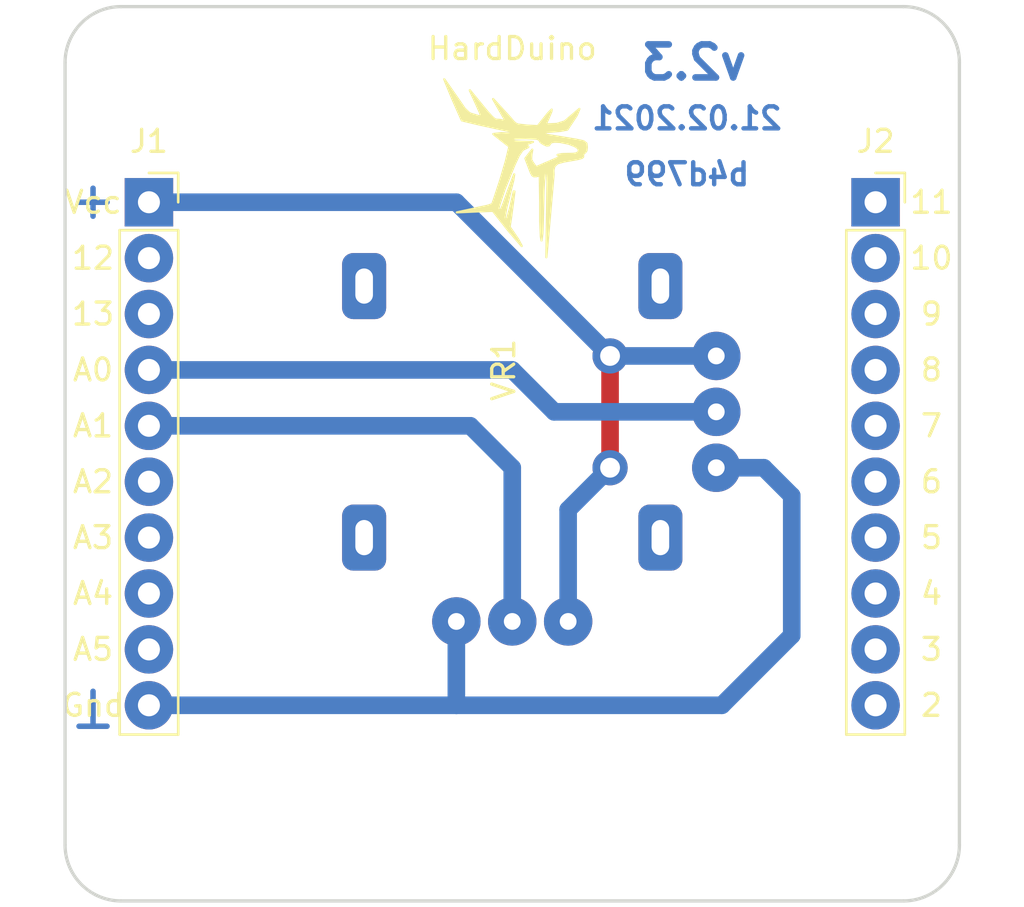
<source format=kicad_pcb>
(kicad_pcb (version 20171130) (host pcbnew "(5.1.8)-1")

  (general
    (thickness 1.6)
    (drawings 33)
    (tracks 26)
    (zones 0)
    (modules 7)
    (nets 21)
  )

  (page A4 portrait)
  (layers
    (0 F.Cu signal)
    (31 B.Cu signal)
    (32 B.Adhes user)
    (33 F.Adhes user)
    (34 B.Paste user)
    (35 F.Paste user)
    (36 B.SilkS user)
    (37 F.SilkS user)
    (38 B.Mask user)
    (39 F.Mask user)
    (40 Dwgs.User user)
    (41 Cmts.User user)
    (42 Eco1.User user)
    (43 Eco2.User user)
    (44 Edge.Cuts user)
    (45 Margin user)
    (46 B.CrtYd user)
    (47 F.CrtYd user)
    (48 B.Fab user)
    (49 F.Fab user)
  )

  (setup
    (last_trace_width 0.25)
    (user_trace_width 0.6)
    (user_trace_width 0.8)
    (trace_clearance 0.2)
    (zone_clearance 0.508)
    (zone_45_only no)
    (trace_min 0.2)
    (via_size 0.8)
    (via_drill 0.4)
    (via_min_size 0.4)
    (via_min_drill 0.3)
    (user_via 1.6 0.9)
    (uvia_size 0.3)
    (uvia_drill 0.1)
    (uvias_allowed no)
    (uvia_min_size 0.2)
    (uvia_min_drill 0.1)
    (edge_width 0.05)
    (segment_width 0.2)
    (pcb_text_width 0.3)
    (pcb_text_size 1.5 1.5)
    (mod_edge_width 0.12)
    (mod_text_size 1 1)
    (mod_text_width 0.15)
    (pad_size 2.2 2.2)
    (pad_drill 1)
    (pad_to_mask_clearance 0.051)
    (solder_mask_min_width 0.25)
    (aux_axis_origin 0 0)
    (visible_elements 7FFFFFFF)
    (pcbplotparams
      (layerselection 0x00000_fffffffe)
      (usegerberextensions false)
      (usegerberattributes false)
      (usegerberadvancedattributes false)
      (creategerberjobfile false)
      (excludeedgelayer true)
      (linewidth 0.100000)
      (plotframeref false)
      (viasonmask false)
      (mode 1)
      (useauxorigin false)
      (hpglpennumber 1)
      (hpglpenspeed 20)
      (hpglpendiameter 15.000000)
      (psnegative true)
      (psa4output false)
      (plotreference true)
      (plotvalue true)
      (plotinvisibletext false)
      (padsonsilk false)
      (subtractmaskfromsilk false)
      (outputformat 4)
      (mirror true)
      (drillshape 1)
      (scaleselection 1)
      (outputdirectory "pdf/"))
  )

  (net 0 "")
  (net 1 VCC)
  (net 2 /12)
  (net 3 /13)
  (net 4 /A0)
  (net 5 /A1)
  (net 6 /A2)
  (net 7 /A3)
  (net 8 /A4)
  (net 9 /A5)
  (net 10 GND)
  (net 11 /2)
  (net 12 /3)
  (net 13 /4)
  (net 14 /5)
  (net 15 /6)
  (net 16 /7)
  (net 17 /8)
  (net 18 /9)
  (net 19 /10)
  (net 20 /11)

  (net_class Default "Это класс цепей по умолчанию."
    (clearance 0.2)
    (trace_width 0.25)
    (via_dia 0.8)
    (via_drill 0.4)
    (uvia_dia 0.3)
    (uvia_drill 0.1)
    (add_net /10)
    (add_net /11)
    (add_net /12)
    (add_net /13)
    (add_net /2)
    (add_net /3)
    (add_net /4)
    (add_net /5)
    (add_net /6)
    (add_net /7)
    (add_net /8)
    (add_net /9)
    (add_net /A0)
    (add_net /A1)
    (add_net /A2)
    (add_net /A3)
    (add_net /A4)
    (add_net /A5)
    (add_net GND)
    (add_net VCC)
  )

  (module MountingHole:MountingHole_3.2mm_M3 (layer F.Cu) (tedit 56D1B4CB) (tstamp 5D79781E)
    (at 92.075 53.975)
    (descr "Mounting Hole 3.2mm, no annular, M3")
    (tags "mounting hole 3.2mm no annular m3")
    (path /5D791BF4)
    (attr virtual)
    (fp_text reference H1 (at -3.81 -4.2) (layer F.SilkS) hide
      (effects (font (size 1 1) (thickness 0.15)))
    )
    (fp_text value MountingHole (at 2.54 -5.08) (layer F.Fab) hide
      (effects (font (size 1 1) (thickness 0.15)))
    )
    (fp_circle (center 0 0) (end 3.2 0) (layer Cmts.User) (width 0.15))
    (fp_circle (center 0 0) (end 3.45 0) (layer F.CrtYd) (width 0.05))
    (fp_text user %R (at 0.3 0) (layer F.Fab)
      (effects (font (size 1 1) (thickness 0.15)))
    )
    (pad 1 np_thru_hole circle (at 0 0) (size 3.2 3.2) (drill 3.2) (layers *.Cu *.Mask))
  )

  (module MountingHole:MountingHole_3.2mm_M3 (layer F.Cu) (tedit 56D1B4CB) (tstamp 5D797826)
    (at 92.075 88.265)
    (descr "Mounting Hole 3.2mm, no annular, M3")
    (tags "mounting hole 3.2mm no annular m3")
    (path /5D793188)
    (attr virtual)
    (fp_text reference H2 (at -3.81 3.81) (layer F.SilkS) hide
      (effects (font (size 1 1) (thickness 0.15)))
    )
    (fp_text value MountingHole (at 3.81 5.08) (layer F.Fab) hide
      (effects (font (size 1 1) (thickness 0.15)))
    )
    (fp_circle (center 0 0) (end 3.45 0) (layer F.CrtYd) (width 0.05))
    (fp_circle (center 0 0) (end 3.2 0) (layer Cmts.User) (width 0.15))
    (fp_text user %R (at 0.3 0) (layer F.Fab)
      (effects (font (size 1 1) (thickness 0.15)))
    )
    (pad 1 np_thru_hole circle (at 0 0) (size 3.2 3.2) (drill 3.2) (layers *.Cu *.Mask))
  )

  (module MountingHole:MountingHole_3.2mm_M3 (layer F.Cu) (tedit 56D1B4CB) (tstamp 5D79782E)
    (at 126.365 53.975)
    (descr "Mounting Hole 3.2mm, no annular, M3")
    (tags "mounting hole 3.2mm no annular m3")
    (path /5D793224)
    (attr virtual)
    (fp_text reference H3 (at 3.81 -3.81) (layer F.SilkS) hide
      (effects (font (size 1 1) (thickness 0.15)))
    )
    (fp_text value MountingHole (at -2.54 -5.08) (layer F.Fab) hide
      (effects (font (size 1 1) (thickness 0.15)))
    )
    (fp_circle (center 0 0) (end 3.2 0) (layer Cmts.User) (width 0.15))
    (fp_circle (center 0 0) (end 3.45 0) (layer F.CrtYd) (width 0.05))
    (fp_text user %R (at 0.3 0) (layer F.Fab)
      (effects (font (size 1 1) (thickness 0.15)))
    )
    (pad 1 np_thru_hole circle (at 0 0) (size 3.2 3.2) (drill 3.2) (layers *.Cu *.Mask))
  )

  (module MountingHole:MountingHole_3.2mm_M3 (layer F.Cu) (tedit 56D1B4CB) (tstamp 5D797836)
    (at 126.365 88.265)
    (descr "Mounting Hole 3.2mm, no annular, M3")
    (tags "mounting hole 3.2mm no annular m3")
    (path /5D7932CC)
    (attr virtual)
    (fp_text reference H4 (at 3.81 3.81) (layer F.SilkS) hide
      (effects (font (size 1 1) (thickness 0.15)))
    )
    (fp_text value MountingHole (at -5.08 5.08) (layer F.Fab) hide
      (effects (font (size 1 1) (thickness 0.15)))
    )
    (fp_circle (center 0 0) (end 3.45 0) (layer F.CrtYd) (width 0.05))
    (fp_circle (center 0 0) (end 3.2 0) (layer Cmts.User) (width 0.15))
    (fp_text user %R (at 0 0) (layer F.Fab)
      (effects (font (size 1 1) (thickness 0.15)))
    )
    (pad 1 np_thru_hole circle (at 0 0) (size 3.2 3.2) (drill 3.2) (layers *.Cu *.Mask))
  )

  (module Connector_PinSocket_2.54mm:PinSocket_1x10_P2.54mm_Vertical (layer F.Cu) (tedit 5E7B97EA) (tstamp 5E7BED97)
    (at 92.71 59.69)
    (descr "Through hole straight socket strip, 1x10, 2.54mm pitch, single row (from Kicad 4.0.7), script generated")
    (tags "Through hole socket strip THT 1x10 2.54mm single row")
    (path /5E7C174E)
    (fp_text reference J1 (at 0 -2.77) (layer F.SilkS)
      (effects (font (size 1 1) (thickness 0.15)))
    )
    (fp_text value Conn_01x10_Male (at 0 25.63) (layer F.Fab)
      (effects (font (size 1 1) (thickness 0.15)))
    )
    (fp_line (start -1.8 24.6) (end -1.8 -1.8) (layer F.CrtYd) (width 0.05))
    (fp_line (start 1.75 24.6) (end -1.8 24.6) (layer F.CrtYd) (width 0.05))
    (fp_line (start 1.75 -1.8) (end 1.75 24.6) (layer F.CrtYd) (width 0.05))
    (fp_line (start -1.8 -1.8) (end 1.75 -1.8) (layer F.CrtYd) (width 0.05))
    (fp_line (start 0 -1.33) (end 1.33 -1.33) (layer F.SilkS) (width 0.12))
    (fp_line (start 1.33 -1.33) (end 1.33 0) (layer F.SilkS) (width 0.12))
    (fp_line (start 1.33 1.27) (end 1.33 24.19) (layer F.SilkS) (width 0.12))
    (fp_line (start -1.33 24.19) (end 1.33 24.19) (layer F.SilkS) (width 0.12))
    (fp_line (start -1.33 1.27) (end -1.33 24.19) (layer F.SilkS) (width 0.12))
    (fp_line (start -1.33 1.27) (end 1.33 1.27) (layer F.SilkS) (width 0.12))
    (fp_line (start -1.27 24.13) (end -1.27 -1.27) (layer F.Fab) (width 0.1))
    (fp_line (start 1.27 24.13) (end -1.27 24.13) (layer F.Fab) (width 0.1))
    (fp_line (start 1.27 -0.635) (end 1.27 24.13) (layer F.Fab) (width 0.1))
    (fp_line (start 0.635 -1.27) (end 1.27 -0.635) (layer F.Fab) (width 0.1))
    (fp_line (start -1.27 -1.27) (end 0.635 -1.27) (layer F.Fab) (width 0.1))
    (fp_text user %R (at 0 11.43 90) (layer F.Fab)
      (effects (font (size 1 1) (thickness 0.15)))
    )
    (pad 1 thru_hole rect (at 0 0) (size 2.2 2.2) (drill 1) (layers *.Cu *.Mask)
      (net 1 VCC))
    (pad 2 thru_hole oval (at 0 2.54) (size 2.2 2.2) (drill 1) (layers *.Cu *.Mask)
      (net 2 /12))
    (pad 3 thru_hole oval (at 0 5.08) (size 2.2 2.2) (drill 1) (layers *.Cu *.Mask)
      (net 3 /13))
    (pad 4 thru_hole oval (at 0 7.62) (size 2.2 2.2) (drill 1) (layers *.Cu *.Mask)
      (net 4 /A0))
    (pad 5 thru_hole oval (at 0 10.16) (size 2.2 2.2) (drill 1) (layers *.Cu *.Mask)
      (net 5 /A1))
    (pad 6 thru_hole oval (at 0 12.7) (size 2.2 2.2) (drill 1) (layers *.Cu *.Mask)
      (net 6 /A2))
    (pad 7 thru_hole oval (at 0 15.24) (size 2.2 2.2) (drill 1) (layers *.Cu *.Mask)
      (net 7 /A3))
    (pad 8 thru_hole oval (at 0 17.78) (size 2.2 2.2) (drill 1) (layers *.Cu *.Mask)
      (net 8 /A4))
    (pad 9 thru_hole oval (at 0 20.32) (size 2.2 2.2) (drill 1) (layers *.Cu *.Mask)
      (net 9 /A5))
    (pad 10 thru_hole oval (at 0 22.86) (size 2.2 2.2) (drill 1) (layers *.Cu *.Mask)
      (net 10 GND))
    (model ${KISYS3DMOD}/Connector_PinSocket_2.54mm.3dshapes/PinSocket_1x10_P2.54mm_Vertical.wrl
      (at (xyz 0 0 0))
      (scale (xyz 1 1 1))
      (rotate (xyz 0 0 0))
    )
  )

  (module Connector_PinSocket_2.54mm:PinSocket_1x10_P2.54mm_Vertical (layer F.Cu) (tedit 5E7B97E3) (tstamp 5E7BEDB5)
    (at 125.73 59.69)
    (descr "Through hole straight socket strip, 1x10, 2.54mm pitch, single row (from Kicad 4.0.7), script generated")
    (tags "Through hole socket strip THT 1x10 2.54mm single row")
    (path /5E7C1FC2)
    (fp_text reference J2 (at 0 -2.77) (layer F.SilkS)
      (effects (font (size 1 1) (thickness 0.15)))
    )
    (fp_text value Conn_01x10_Male (at 0 25.63) (layer F.Fab)
      (effects (font (size 1 1) (thickness 0.15)))
    )
    (fp_line (start -1.27 -1.27) (end 0.635 -1.27) (layer F.Fab) (width 0.1))
    (fp_line (start 0.635 -1.27) (end 1.27 -0.635) (layer F.Fab) (width 0.1))
    (fp_line (start 1.27 -0.635) (end 1.27 24.13) (layer F.Fab) (width 0.1))
    (fp_line (start 1.27 24.13) (end -1.27 24.13) (layer F.Fab) (width 0.1))
    (fp_line (start -1.27 24.13) (end -1.27 -1.27) (layer F.Fab) (width 0.1))
    (fp_line (start -1.33 1.27) (end 1.33 1.27) (layer F.SilkS) (width 0.12))
    (fp_line (start -1.33 1.27) (end -1.33 24.19) (layer F.SilkS) (width 0.12))
    (fp_line (start -1.33 24.19) (end 1.33 24.19) (layer F.SilkS) (width 0.12))
    (fp_line (start 1.33 1.27) (end 1.33 24.19) (layer F.SilkS) (width 0.12))
    (fp_line (start 1.33 -1.33) (end 1.33 0) (layer F.SilkS) (width 0.12))
    (fp_line (start 0 -1.33) (end 1.33 -1.33) (layer F.SilkS) (width 0.12))
    (fp_line (start -1.8 -1.8) (end 1.75 -1.8) (layer F.CrtYd) (width 0.05))
    (fp_line (start 1.75 -1.8) (end 1.75 24.6) (layer F.CrtYd) (width 0.05))
    (fp_line (start 1.75 24.6) (end -1.8 24.6) (layer F.CrtYd) (width 0.05))
    (fp_line (start -1.8 24.6) (end -1.8 -1.8) (layer F.CrtYd) (width 0.05))
    (fp_text user %R (at 0 11.43 90) (layer F.Fab)
      (effects (font (size 1 1) (thickness 0.15)))
    )
    (pad 10 thru_hole oval (at 0 22.86) (size 2.2 2.2) (drill 1) (layers *.Cu *.Mask)
      (net 11 /2))
    (pad 9 thru_hole oval (at 0 20.32) (size 2.2 2.2) (drill 1) (layers *.Cu *.Mask)
      (net 12 /3))
    (pad 8 thru_hole oval (at 0 17.78) (size 2.2 2.2) (drill 1) (layers *.Cu *.Mask)
      (net 13 /4))
    (pad 7 thru_hole oval (at 0 15.24) (size 2.2 2.2) (drill 1) (layers *.Cu *.Mask)
      (net 14 /5))
    (pad 6 thru_hole oval (at 0 12.7) (size 2.2 2.2) (drill 1) (layers *.Cu *.Mask)
      (net 15 /6))
    (pad 5 thru_hole oval (at 0 10.16) (size 2.2 2.2) (drill 1) (layers *.Cu *.Mask)
      (net 16 /7))
    (pad 4 thru_hole oval (at 0 7.62) (size 2.2 2.2) (drill 1) (layers *.Cu *.Mask)
      (net 17 /8))
    (pad 3 thru_hole oval (at 0 5.08) (size 2.2 2.2) (drill 1) (layers *.Cu *.Mask)
      (net 18 /9))
    (pad 2 thru_hole oval (at 0 2.54) (size 2.2 2.2) (drill 1) (layers *.Cu *.Mask)
      (net 19 /10))
    (pad 1 thru_hole rect (at 0 0) (size 2.2 2.2) (drill 1) (layers *.Cu *.Mask)
      (net 20 /11))
    (model ${KISYS3DMOD}/Connector_PinSocket_2.54mm.3dshapes/PinSocket_1x10_P2.54mm_Vertical.wrl
      (at (xyz 0 0 0))
      (scale (xyz 1 1 1))
      (rotate (xyz 0 0 0))
    )
  )

  (module CommonLibrary:Joystick (layer F.Cu) (tedit 5E9B2424) (tstamp 5E9B794B)
    (at 108.966 69.215 90)
    (path /5E9BDFF4)
    (fp_text reference VR1 (at 1.905 -0.135 90) (layer F.SilkS)
      (effects (font (size 1 1) (thickness 0.15)))
    )
    (fp_text value joystick (at 1.905 -1.135 90) (layer F.Fab)
      (effects (font (size 1 1) (thickness 0.15)))
    )
    (pad 3 thru_hole circle (at -2.54 9.525 90) (size 2.2 2.2) (drill 0.762) (layers *.Cu *.Mask)
      (net 10 GND))
    (pad 2 thru_hole circle (at 0 9.525 90) (size 2.2 2.2) (drill 0.762) (layers *.Cu *.Mask)
      (net 4 /A0))
    (pad 1 thru_hole circle (at 2.54 9.525 90) (size 2.2 2.2) (drill 0.762) (layers *.Cu *.Mask)
      (net 1 VCC))
    (pad 4 thru_hole circle (at -9.525 -2.286 90) (size 2.2 2.2) (drill 0.762) (layers *.Cu *.Mask)
      (net 10 GND))
    (pad 5 thru_hole circle (at -9.525 0.254 90) (size 2.2 2.2) (drill 0.762) (layers *.Cu *.Mask)
      (net 5 /A1))
    (pad 6 thru_hole circle (at -9.525 2.794 90) (size 2.2 2.2) (drill 0.762) (layers *.Cu *.Mask)
      (net 1 VCC))
    (pad "" thru_hole roundrect (at -5.715 -6.477 90) (size 3 2) (drill oval 1.6 0.8) (layers *.Cu *.Mask) (roundrect_rratio 0.25))
    (pad "" thru_hole roundrect (at 5.715 -6.477 90) (size 3 2) (drill oval 1.6 0.8) (layers *.Cu *.Mask) (roundrect_rratio 0.25))
    (pad "" thru_hole roundrect (at -5.715 6.985 90) (size 3 2) (drill oval 1.6 0.8) (layers *.Cu *.Mask) (roundrect_rratio 0.25))
    (pad "" thru_hole roundrect (at 5.715 6.985 90) (size 3 2) (drill oval 1.6 0.8) (layers *.Cu *.Mask) (roundrect_rratio 0.25))
  )

  (gr_text b4d799 (at 117.1575 58.42) (layer B.Cu)
    (effects (font (size 1 1) (thickness 0.2)) (justify mirror))
  )
  (gr_text 21.02.2021 (at 117.1575 55.88) (layer B.Cu)
    (effects (font (size 1 1) (thickness 0.2)) (justify mirror))
  )
  (gr_text v2.3 (at 117.475 53.34) (layer B.Cu)
    (effects (font (size 1.5 1.5) (thickness 0.3)) (justify mirror))
  )
  (gr_poly (pts (xy 106.13 54.1) (xy 106.84 55.12) (xy 107.06 55.44) (xy 107.25 55.62) (xy 107.31 55.66) (xy 107.74 55.79) (xy 107.78 55.77) (xy 107.78 55.68) (xy 107.59 55.25) (xy 107.29 54.6) (xy 108.1 55.59) (xy 108.3 55.81) (xy 108.42 55.91) (xy 108.5 55.94) (xy 108.68 55.95) (xy 108.9 56.01) (xy 108.86 55.89) (xy 108.35 55) (xy 109.12 55.84) (xy 109.28 56.03) (xy 109.37 56.11) (xy 109.48 56.16) (xy 109.92 56.21) (xy 110.38 56.23) (xy 110.86 55.63) (xy 111.01 55.48) (xy 111 55.56) (xy 110.86 55.89) (xy 110.78 56.06) (xy 110.77 56.14) (xy 110.85 56.15) (xy 111.25 56.13) (xy 111.6 56.02) (xy 112.27 55.45) (xy 112.15 55.74) (xy 111.72 56.39) (xy 111.39 56.45) (xy 110.78 56.5) (xy 110.59 56.57) (xy 110.81 56.63) (xy 112.14 56.85) (xy 112.46 56.92) (xy 112.59 57.02) (xy 112.61 57.19) (xy 112.59 57.35) (xy 112.53 57.43) (xy 112.48 57.45) (xy 112.44 57.53) (xy 112.44 57.63) (xy 112.38 57.68) (xy 112.19 57.73) (xy 111.57 57.84) (xy 111.28 57.92) (xy 111.15 58.04) (xy 111.12 58.1) (xy 111.09 58.25) (xy 111.1 58.42) (xy 110.77 62.19) (xy 110.82 58.8) (xy 110.81 58.52) (xy 110.8 58.33) (xy 110.79 58.29) (xy 110.75 58.25) (xy 110.7 58.37) (xy 110.67 58.7) (xy 110.64 59.19) (xy 110.61 60.57) (xy 110.59 61.1) (xy 110.55 61.43) (xy 110.52 61.25) (xy 110.49 60.57) (xy 110.49 59.69) (xy 110.47 58.47) (xy 110.31 58.51) (xy 110.2 58.51) (xy 110.13 58.46) (xy 110.06 58.33) (xy 109.82 57.7) (xy 110.13 57.3) (xy 110.09 57.53) (xy 110.08 57.69) (xy 110.08 57.76) (xy 110.15 57.89) (xy 110.3 58.1) (xy 111.21 57.71) (xy 111.34 57.64) (xy 111.39 57.58) (xy 111.28 57.54) (xy 111.49 57.5) (xy 112.01 57.49) (xy 112.13 57.47) (xy 112.22 57.42) (xy 112.25 57.36) (xy 112.22 57.24) (xy 112.06 57.14) (xy 111.79 57.03) (xy 111.39 56.95) (xy 111.15 56.94) (xy 111.01 56.96) (xy 110.96 57) (xy 110.89 57.1) (xy 110.84 57.11) (xy 110.78 57.11) (xy 110.66 57.06) (xy 110.51 56.96) (xy 110.47 56.9) (xy 110.46 56.86) (xy 110.4 56.83) (xy 110.32 56.8) (xy 109.83 56.78) (xy 109.38 56.79) (xy 109.24 56.81) (xy 109.12 56.84) (xy 109.14 56.88) (xy 109.35 56.92) (xy 109.65 56.94) (xy 110.16 56.95) (xy 109.74 57.1) (xy 109.74 57.13) (xy 109.94 57.15) (xy 109.95 57.18) (xy 109.71 57.3) (xy 109.65 57.37) (xy 109.52 57.56) (xy 109.32 57.99) (xy 108.89 59.04) (xy 108.67 59.69) (xy 108.62 59.86) (xy 108.59 60) (xy 108.64 60.08) (xy 108.69 60.05) (xy 108.73 59.98) (xy 108.82 59.76) (xy 109 59.25) (xy 109.31 58.42) (xy 109.27 58.68) (xy 109.02 59.68) (xy 108.96 59.89) (xy 108.9 60.23) (xy 108.88 60.35) (xy 108.88 60.46) (xy 108.93 60.52) (xy 108.99 60.44) (xy 109.03 60.29) (xy 109.13 59.92) (xy 109.29 59.2) (xy 109.32 59.2) (xy 109.17 60.36) (xy 109.1 60.81) (xy 109.49 61.38) (xy 109.65 61.68) (xy 109.04 60.97) (xy 108.34 60.08) (xy 106.7 60.15) (xy 108.1 59.85) (xy 108.31 59.78) (xy 108.39 59.56) (xy 108.68 58.68) (xy 108.93 57.83) (xy 109.09 57.16) (xy 108.36 56.59) (xy 108.72 56.55) (xy 109.17 56.57) (xy 109.65 56.58) (xy 107.73 56.16) (xy 106.93 55.97) (xy 106.5 55)) (layer F.SilkS) (width 0.1))
  (gr_text HardDuino (at 109.22 52.705) (layer F.SilkS)
    (effects (font (size 1 1) (thickness 0.15)))
  )
  (gr_text Gnd (at 90.17 82.55) (layer F.SilkS)
    (effects (font (size 1 1) (thickness 0.15)))
  )
  (gr_text A5 (at 90.17 80.01) (layer F.SilkS)
    (effects (font (size 1 1) (thickness 0.15)))
  )
  (gr_text A4 (at 90.17 77.47) (layer F.SilkS)
    (effects (font (size 1 1) (thickness 0.15)))
  )
  (gr_text A3 (at 90.17 74.93) (layer F.SilkS)
    (effects (font (size 1 1) (thickness 0.15)))
  )
  (gr_text A2 (at 90.17 72.39) (layer F.SilkS)
    (effects (font (size 1 1) (thickness 0.15)))
  )
  (gr_text A1 (at 90.17 69.85) (layer F.SilkS)
    (effects (font (size 1 1) (thickness 0.15)))
  )
  (gr_text A0 (at 90.17 67.31) (layer F.SilkS)
    (effects (font (size 1 1) (thickness 0.15)))
  )
  (gr_text Vcc (at 90.17 59.69) (layer F.SilkS)
    (effects (font (size 1 1) (thickness 0.15)))
  )
  (gr_text 13 (at 90.17 64.77) (layer F.SilkS)
    (effects (font (size 1 1) (thickness 0.15)))
  )
  (gr_text 12 (at 90.17 62.23) (layer F.SilkS)
    (effects (font (size 1 1) (thickness 0.15)))
  )
  (gr_text 11 (at 128.27 59.69) (layer F.SilkS)
    (effects (font (size 1 1) (thickness 0.15)))
  )
  (gr_text 10 (at 128.27 62.23) (layer F.SilkS)
    (effects (font (size 1 1) (thickness 0.15)))
  )
  (gr_text 9 (at 128.27 64.77) (layer F.SilkS)
    (effects (font (size 1 1) (thickness 0.15)))
  )
  (gr_text 8 (at 128.27 67.31) (layer F.SilkS)
    (effects (font (size 1 1) (thickness 0.15)))
  )
  (gr_text 7 (at 128.27 69.85) (layer F.SilkS)
    (effects (font (size 1 1) (thickness 0.15)))
  )
  (gr_text 6 (at 128.27 72.39) (layer F.SilkS)
    (effects (font (size 1 1) (thickness 0.15)))
  )
  (gr_text 5 (at 128.27 74.93) (layer F.SilkS)
    (effects (font (size 1 1) (thickness 0.15)))
  )
  (gr_text 4 (at 128.27 77.47) (layer F.SilkS)
    (effects (font (size 1 1) (thickness 0.15)))
  )
  (gr_text 3 (at 128.27 80.01) (layer F.SilkS)
    (effects (font (size 1 1) (thickness 0.15)))
  )
  (gr_text 2 (at 128.27 82.55) (layer F.SilkS)
    (effects (font (size 1 1) (thickness 0.15)))
  )
  (gr_arc (start 127 53.34) (end 129.54 53.34) (angle -90) (layer Edge.Cuts) (width 0.15))
  (gr_arc (start 127 88.9) (end 127 91.44) (angle -90) (layer Edge.Cuts) (width 0.15))
  (gr_arc (start 91.44 88.9) (end 88.9 88.9) (angle -90) (layer Edge.Cuts) (width 0.15))
  (gr_arc (start 91.44 53.34) (end 91.44 50.8) (angle -90) (layer Edge.Cuts) (width 0.15))
  (gr_line (start 88.9 88.9) (end 88.9 53.34) (layer Edge.Cuts) (width 0.15) (tstamp 5D7895A3))
  (gr_line (start 127 91.44) (end 91.44 91.44) (layer Edge.Cuts) (width 0.15))
  (gr_line (start 129.54 53.34) (end 129.54 88.9) (layer Edge.Cuts) (width 0.15))
  (gr_line (start 91.44 50.8) (end 127 50.8) (layer Edge.Cuts) (width 0.15))

  (segment (start 90.17 81.915) (end 90.17 83.5025) (width 0.25) (layer B.Cu) (net 0))
  (segment (start 89.535 83.5025) (end 90.805 83.5025) (width 0.25) (layer B.Cu) (net 0))
  (segment (start 90.805 59.69) (end 89.535 59.69) (width 0.25) (layer B.Cu) (net 0))
  (segment (start 90.17 59.055) (end 90.17 60.325) (width 0.25) (layer B.Cu) (net 0))
  (segment (start 111.76 78.74) (end 111.76 73.66) (width 0.8) (layer B.Cu) (net 1))
  (segment (start 111.76 73.66) (end 113.665 71.755) (width 0.8) (layer B.Cu) (net 1))
  (segment (start 113.665 71.755) (end 113.665 71.755) (width 0.8) (layer B.Cu) (net 1) (tstamp 5E9B799D))
  (via (at 113.665 71.755) (size 1.6) (drill 0.9) (layers F.Cu B.Cu) (net 1))
  (via (at 113.665 66.675) (size 1.6) (drill 0.9) (layers F.Cu B.Cu) (net 1))
  (segment (start 113.665 66.675) (end 118.491 66.675) (width 0.8) (layer B.Cu) (net 1))
  (segment (start 106.68 59.69) (end 92.71 59.69) (width 0.8) (layer B.Cu) (net 1))
  (segment (start 113.665 66.675) (end 106.68 59.69) (width 0.8) (layer B.Cu) (net 1))
  (segment (start 113.665 66.675) (end 113.665 71.755) (width 0.8) (layer F.Cu) (net 1))
  (segment (start 92.71 67.31) (end 109.22 67.31) (width 0.8) (layer B.Cu) (net 4))
  (segment (start 109.22 67.31) (end 111.125 69.215) (width 0.8) (layer B.Cu) (net 4))
  (segment (start 111.125 69.215) (end 118.491 69.215) (width 0.8) (layer B.Cu) (net 4))
  (segment (start 92.71 69.85) (end 107.315 69.85) (width 0.8) (layer B.Cu) (net 5))
  (segment (start 109.22 71.755) (end 109.22 78.74) (width 0.8) (layer B.Cu) (net 5))
  (segment (start 107.315 69.85) (end 109.22 71.755) (width 0.8) (layer B.Cu) (net 5))
  (segment (start 118.745 82.55) (end 121.92 79.375) (width 0.8) (layer B.Cu) (net 10))
  (segment (start 106.68 78.74) (end 106.68 82.55) (width 0.8) (layer B.Cu) (net 10))
  (segment (start 92.71 82.55) (end 106.68 82.55) (width 0.8) (layer B.Cu) (net 10))
  (segment (start 106.68 82.55) (end 118.745 82.55) (width 0.8) (layer B.Cu) (net 10))
  (segment (start 121.92 79.375) (end 121.92 73.025) (width 0.8) (layer B.Cu) (net 10))
  (segment (start 121.92 73.025) (end 120.65 71.755) (width 0.8) (layer B.Cu) (net 10))
  (segment (start 120.65 71.755) (end 118.745 71.755) (width 0.8) (layer B.Cu) (net 10))

)

</source>
